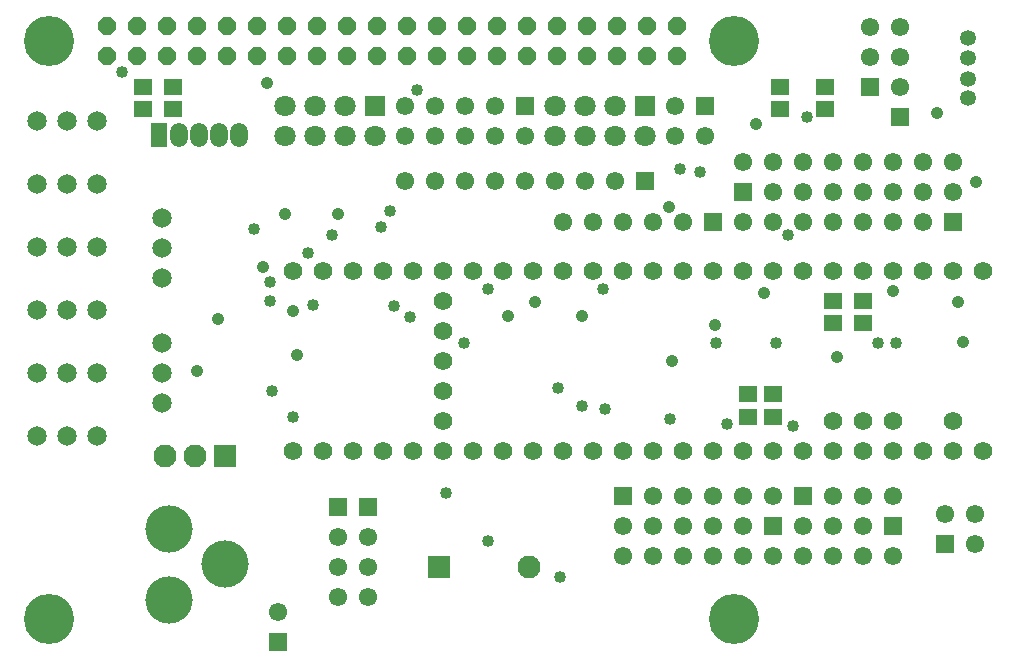
<source format=gbs>
G04 DipTrace 3.0.0.2*
G04 TeensyArbotixProRPIT3.6.gbs*
%MOIN*%
G04 #@! TF.FileFunction,Soldermask,Bot*
G04 #@! TF.Part,Single*
%AMOUTLINE0*5,1,8,0,0,0.065199,-22.499571*%
%ADD13C,0.04*%
%ADD43C,0.15748*%
%ADD46C,0.065199*%
%ADD48C,0.05315*%
%ADD60C,0.06194*%
%ADD72C,0.167*%
%ADD74C,0.042*%
%ADD82O,0.058X0.082*%
%ADD84R,0.058X0.082*%
%ADD90C,0.076803*%
%ADD92R,0.076803X0.076803*%
%ADD104C,0.070898*%
%ADD106R,0.070898X0.070898*%
%ADD108C,0.061055*%
%ADD110R,0.061055X0.061055*%
%ADD114R,0.061055X0.053181*%
%ADD125OUTLINE0*%
%FSLAX26Y26*%
G04*
G70*
G90*
G75*
G01*
G04 BotMask*
%LPD*%
D74*
X1489961Y1981201D3*
X3340414Y1726188D3*
D3*
X3558267Y1688193D3*
X2147966Y1688960D3*
X2911744Y1719925D3*
X2594166Y2005491D3*
X1340017Y1658364D3*
X2882662Y2283876D3*
X1314961Y1981201D3*
X1090158Y1631201D3*
X2605122Y1493701D3*
X3152461Y1506201D3*
X1239658Y1806004D3*
X2746694Y1614301D3*
X1019588Y1458822D3*
X1355092Y1513977D3*
X3487315Y2318297D3*
X2305135Y1642874D3*
X2057075Y1643702D3*
X1252370Y2418488D3*
X3572797Y1555802D3*
X3617827Y2088307D3*
D72*
X2811221Y631496D3*
X527756D3*
Y2560630D3*
X2811221D3*
D13*
X3349961Y1553701D3*
X1269961Y1393701D3*
X2224202Y1403988D3*
X2597415Y1300826D3*
X1664961Y1993701D3*
X1909961Y1553701D3*
X2749961D3*
X2949961D3*
X1209961Y1933701D3*
X1341625Y1306299D3*
X2229961Y773701D3*
X1989961Y893701D3*
Y1733701D3*
X1633477Y1938307D3*
X1849961Y1053701D3*
X2629961Y2133701D3*
X3289961Y1553701D3*
X1676862Y1677230D3*
X1264961Y1756201D3*
X1407950Y1680806D3*
X1729961Y1638307D3*
X1264961Y1693701D3*
X2696766Y2123207D3*
X2381281Y1333981D3*
X2373345Y1733670D3*
X2787782Y1282021D3*
X3007368Y1275960D3*
X2989961Y1913701D3*
X1754760Y2397398D3*
X3052461Y2306201D3*
X771171Y2455984D3*
X2302461Y1343701D3*
X1469961Y1913701D3*
X1389961Y1853701D3*
D110*
X2939961Y943701D3*
D108*
Y843701D3*
X2839961Y943701D3*
Y843701D3*
X2739961Y943701D3*
Y843701D3*
X2639961Y943701D3*
Y843701D3*
X2539961Y943701D3*
Y843701D3*
X2439961Y943701D3*
Y843701D3*
D110*
Y1043701D3*
D108*
X2539961D3*
X2639961D3*
X2739961D3*
X2839961D3*
X2939961D3*
D110*
X3339961Y943701D3*
D108*
Y843701D3*
X3239961Y943701D3*
Y843701D3*
X3139961Y943701D3*
Y843701D3*
X3039961Y943701D3*
Y843701D3*
D110*
Y1043701D3*
D108*
X3139961D3*
X3239961D3*
X3339961D3*
D110*
X2839961Y2056201D3*
D108*
Y2156201D3*
X2939961Y2056201D3*
Y2156201D3*
X3039961Y2056201D3*
Y2156201D3*
X3139961Y2056201D3*
Y2156201D3*
X3239961Y2056201D3*
Y2156201D3*
X3339961Y2056201D3*
Y2156201D3*
X3439961Y2056201D3*
Y2156201D3*
X3539961Y2056201D3*
Y2156201D3*
D110*
X2514961Y2093701D3*
D108*
X2414961D3*
X2314961D3*
X2214961D3*
X2114961D3*
X2014961D3*
X1914961D3*
X1814961D3*
X1714961D3*
D110*
X2714961Y2342095D3*
D108*
Y2242095D3*
X2614961Y2342095D3*
Y2242095D3*
D106*
X2514961Y2342095D3*
D104*
X2414961D3*
X2314961D3*
X2214961D3*
Y2242095D3*
X2314961D3*
X2414961D3*
X2514961D3*
D43*
X927461Y933071D3*
Y696851D3*
X1112500Y814961D3*
D110*
X1289961Y556201D3*
D108*
Y656201D3*
D110*
X3514961Y881201D3*
D108*
Y981201D3*
X3614961Y881201D3*
Y981201D3*
D125*
X719488Y2510630D3*
Y2610630D3*
X819488Y2510630D3*
Y2610630D3*
X919488Y2510630D3*
Y2610630D3*
X1019488Y2510630D3*
Y2610630D3*
X1119488Y2510630D3*
Y2610630D3*
X1219488Y2510630D3*
Y2610630D3*
X1319488Y2510630D3*
Y2610630D3*
X1419488Y2510630D3*
Y2610630D3*
X1519488Y2510630D3*
Y2610630D3*
X1619488Y2510630D3*
Y2610630D3*
X1719488Y2510630D3*
Y2610630D3*
X1819488Y2510630D3*
Y2610630D3*
X1919488Y2510630D3*
Y2610630D3*
X2019488Y2510630D3*
Y2610630D3*
X2119488Y2510630D3*
Y2610630D3*
X2219488Y2510630D3*
Y2610630D3*
X2319488Y2510630D3*
Y2610630D3*
X2419488Y2510630D3*
Y2610630D3*
X2519488Y2510630D3*
Y2610630D3*
X2619488Y2510630D3*
Y2610630D3*
D46*
X485583Y2083701D3*
X585583D3*
X685583D3*
X485583Y1873701D3*
X585583D3*
X685583D3*
X485583Y1663701D3*
X585583D3*
X685583D3*
X485583Y1453701D3*
X585583D3*
X685583D3*
X485583Y1243701D3*
X585583D3*
X685583D3*
X485583Y2293701D3*
X585583D3*
X685583D3*
X902461Y1768701D3*
Y1868701D3*
Y1968701D3*
Y1353701D3*
Y1453701D3*
Y1553701D3*
D110*
X3539961Y1956201D3*
D108*
X3439961D3*
X3339961D3*
X3239961D3*
X3139961D3*
X3039961D3*
X2939961D3*
X2839961D3*
D110*
X2739961D3*
D108*
X2639961D3*
X2539961D3*
X2439961D3*
X2339961D3*
X2239961D3*
D110*
X3364961Y2306201D3*
D108*
Y2406201D3*
Y2506201D3*
Y2606201D3*
D110*
X3264961Y2406201D3*
D108*
Y2506201D3*
Y2606201D3*
D48*
X3589961Y2368701D3*
Y2433701D3*
Y2503701D3*
Y2568701D3*
D92*
X1114961Y1174839D3*
D90*
X1014961D3*
X914961D3*
D114*
X3114961Y2406103D3*
Y2331299D3*
X2964961Y2406103D3*
Y2331299D3*
X939961D3*
Y2406103D3*
X839961Y2331299D3*
Y2406103D3*
X3239961Y1618701D3*
Y1693504D3*
X3139961Y1618701D3*
Y1693504D3*
X2857969Y1381201D3*
Y1306398D3*
X2939961Y1381201D3*
Y1306398D3*
D110*
X1589961Y1006201D3*
D108*
Y906201D3*
Y806201D3*
Y706201D3*
D110*
X1489961Y1006201D3*
D108*
Y906201D3*
Y806201D3*
Y706201D3*
D106*
X1614961Y2342095D3*
D104*
X1514961D3*
X1414961D3*
X1314961D3*
Y2242095D3*
X1414961D3*
X1514961D3*
X1614961D3*
D110*
X2114961Y2342095D3*
D108*
Y2242095D3*
X2014961Y2342095D3*
Y2242095D3*
X1914961Y2342095D3*
Y2242095D3*
X1814961Y2342095D3*
Y2242095D3*
X1714961Y2342095D3*
Y2242095D3*
D92*
X1827461Y806201D3*
D90*
X2126673D3*
D84*
X893461Y2246732D3*
D82*
X960461D3*
X1027461D3*
X1094461D3*
X1161461D3*
D60*
X3639961Y1793701D3*
X3539961D3*
X3439961D3*
X3339961D3*
X3239961D3*
X3139961D3*
X3039961D3*
X2939961D3*
X2839961D3*
X2739961D3*
X2639961D3*
X2539961D3*
X2439961D3*
X2339961D3*
X1839961Y1293701D3*
Y1393701D3*
Y1493701D3*
Y1593701D3*
X2039961Y1193701D3*
X2339961D3*
X2439961D3*
X2539961D3*
X2639961D3*
X2739961D3*
X2839961D3*
X2939961D3*
X3039961D3*
X3139961D3*
X3239961D3*
X3339961D3*
X3439961D3*
X3539961D3*
X3639961D3*
X3539961Y1293701D3*
X3339961D3*
X3239961D3*
X3139961D3*
X1739961Y1793701D3*
X1639961D3*
X1839961D3*
X1939961D3*
X2039961D3*
X2139961D3*
X1539961D3*
X1439961D3*
X1339961D3*
Y1193701D3*
X2239961Y1793701D3*
X1439961Y1193701D3*
X2239961D3*
X1539961D3*
X1739961D3*
X1839961D3*
X1939961D3*
X1639961D3*
X2139961D3*
X1839961Y1693701D3*
M02*

</source>
